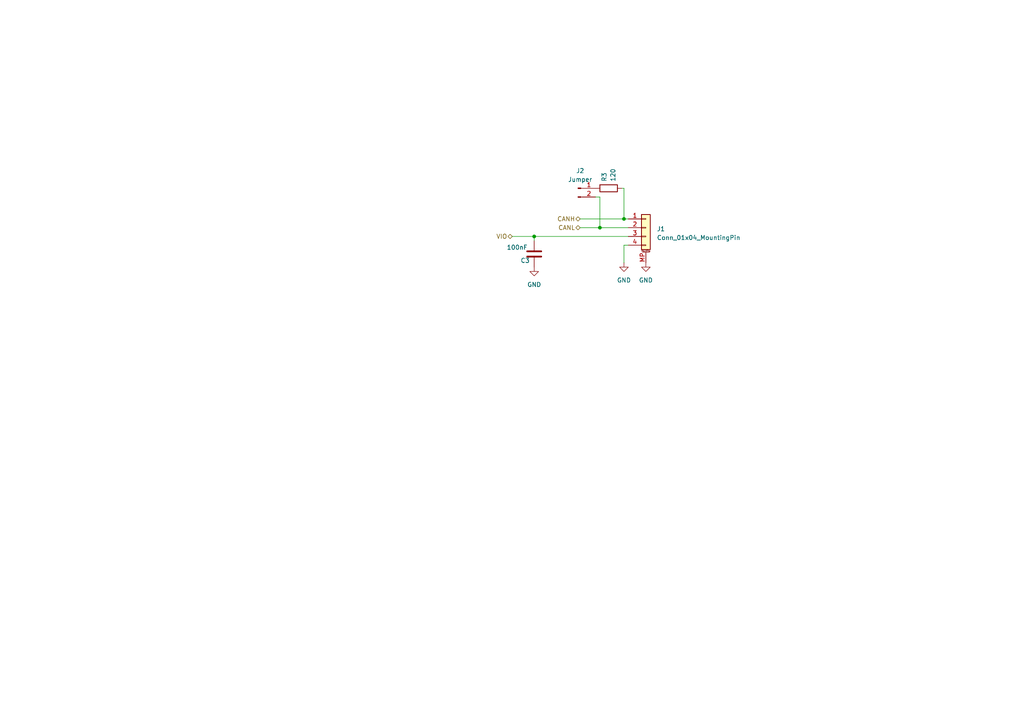
<source format=kicad_sch>
(kicad_sch (version 20230121) (generator eeschema)
  (paper "A4")
  (lib_symbols
    (symbol "Connector:Conn_01x02_Pin" (pin_names (offset 1.016) hide)
      (property "Reference" "J" (at 0 2.54 0))
      (property "Value" "Conn_01x02_Pin" (at 0 -5.08 0))
      (symbol "Conn_01x02_Pin_1_1"
        (polyline (pts (xy 1.27 -2.54) (xy 0.8636 -2.54)) (stroke (width 0.1524)))
        (polyline (pts (xy 1.27 0) (xy 0.8636 0)) (stroke (width 0.1524)))
        (rectangle (start 0.8636 -2.413) (end 0 -2.667) (stroke (width 0.1524)) (fill (type outline)))
        (rectangle (start 0.8636 0.127) (end 0 -0.127) (stroke (width 0.1524)) (fill (type outline)))
        (pin passive line (at 5.08 0 180) (length 3.81) (name "Pin_1") (number "1"))
        (pin passive line (at 5.08 -2.54 180) (length 3.81) (name "Pin_2") (number "2"))
      )
    )
    (symbol "Connector_Generic_MountingPin:Conn_01x04_MountingPin" (pin_names (offset 1.016) hide)
      (property "Reference" "J" (at 0 5.08 0))
      (property "Value" "Conn_01x04_MountingPin" (at 1.27 -7.62 0))
      (symbol "Conn_01x04_MountingPin_1_1"
        (rectangle (start -1.27 -4.953) (end 0 -5.207) (stroke (width 0.1524)))
        (rectangle (start -1.27 -2.413) (end 0 -2.667) (stroke (width 0.1524)))
        (rectangle (start -1.27 0.127) (end 0 -0.127) (stroke (width 0.1524)))
        (rectangle (start -1.27 2.667) (end 0 2.413) (stroke (width 0.1524)))
        (rectangle (start -1.27 3.81) (end 1.27 -6.35) (stroke (width 0.254)) (fill (type background)))
        (polyline (pts (xy -1.016 -7.112) (xy 1.016 -7.112)) (stroke (width 0.1524)))
        (text "Mounting" (at 0 -6.731 0) (effects (font (size 0.381 0.381))))
        (pin passive line (at -5.08 2.54 0) (length 3.81) (name "Pin_1") (number "1"))
        (pin passive line (at -5.08 0 0) (length 3.81) (name "Pin_2") (number "2"))
        (pin passive line (at -5.08 -2.54 0) (length 3.81) (name "Pin_3") (number "3"))
        (pin passive line (at -5.08 -5.08 0) (length 3.81) (name "Pin_4") (number "4"))
        (pin passive line (at 0 -10.16 90) (length 3.048) (name "MountPin") (number "MP"))
      )
    )
    (symbol "Device:C" (pin_numbers hide) (pin_names (offset 0.254))
      (property "Reference" "C" (at 0.635 2.54 0))
      (property "Value" "C" (at 0.635 -2.54 0))
      (symbol "C_0_1"
        (polyline (pts (xy -2.032 -0.762) (xy 2.032 -0.762)) (stroke (width 0.508)))
        (polyline (pts (xy -2.032 0.762) (xy 2.032 0.762)) (stroke (width 0.508)))
      )
      (symbol "C_1_1"
        (pin passive line (at 0 3.81 270) (length 2.794) (name "~") (number "1"))
        (pin passive line (at 0 -3.81 90) (length 2.794) (name "~") (number "2"))
      )
    )
    (symbol "Device:R" (pin_numbers hide) (pin_names (offset 0))
      (property "Reference" "R" (at 2.032 0 90))
      (property "Value" "R" (at 0 0 90))
      (symbol "R_0_1"
        (rectangle (start -1.016 -2.54) (end 1.016 2.54) (stroke (width 0.254)))
      )
      (symbol "R_1_1"
        (pin passive line (at 0 3.81 270) (length 1.27) (name "~") (number "1"))
        (pin passive line (at 0 -3.81 90) (length 1.27) (name "~") (number "2"))
      )
    )
    (symbol "power:GND" (power) (pin_names (offset 0))
      (property "Value" "GND" (at 0 -3.81 0))
      (symbol "GND_0_1"
        (polyline (pts (xy 0 0) (xy 0 -1.27) (xy 1.27 -1.27) (xy 0 -2.54) (xy -1.27 -1.27) (xy 0 -1.27)))
      )
      (symbol "GND_1_1"
        (pin power_in line (at 0 0 270) (length 0) hide (name "GND") (number "1"))
      )
    )
  )
  (junction (at 154.94 68.58))
  (junction (at 180.975 63.5))
  (junction (at 173.99 66.04))
  (wire (pts (xy 180.975 71.12) (xy 180.975 76.2)))
  (wire (pts (xy 180.34 54.61) (xy 180.975 54.61)))
  (wire (pts (xy 173.99 57.15) (xy 173.99 66.04)))
  (wire (pts (xy 154.94 68.58) (xy 182.245 68.58)))
  (wire (pts (xy 180.975 63.5) (xy 182.245 63.5)))
  (wire (pts (xy 148.59 68.58) (xy 154.94 68.58)))
  (wire (pts (xy 173.99 66.04) (xy 182.245 66.04)))
  (wire (pts (xy 154.94 68.58) (xy 154.94 69.85)))
  (wire (pts (xy 168.275 63.5) (xy 180.975 63.5)))
  (wire (pts (xy 182.245 71.12) (xy 180.975 71.12)))
  (wire (pts (xy 180.975 54.61) (xy 180.975 63.5)))
  (wire (pts (xy 168.275 66.04) (xy 173.99 66.04)))
  (wire (pts (xy 172.72 57.15) (xy 173.99 57.15)))
  (hierarchical_label "CANH" (shape bidirectional) (at 168.275 63.5 180))
  (hierarchical_label "CANL" (shape bidirectional) (at 168.275 66.04 180))
  (hierarchical_label "VIO" (shape bidirectional) (at 148.59 68.58 180))
  (symbol (lib_id "Connector_Generic_MountingPin:Conn_01x04_MountingPin") (at 187.325 66.04 0) (unit 1)
    (property "Reference" "J1" (at 190.5 66.3956 0) (effects (justify left)))
    (property "Value" "Conn_01x04_MountingPin" (at 190.5 68.9356 0) (effects (justify left)))
  )
  (symbol (lib_id "Device:C") (at 154.94 73.66 180) (unit 1)
    (property "Reference" "C3" (at 153.67 75.565 0) (effects (justify left)))
    (property "Value" "100nF" (at 153.035 71.755 0) (effects (justify left)))
    (property "Footprint" "Capacitor_SMD:C_0402_1005Metric" (effects hide))
  )
  (symbol (lib_id "power:GND") (at 187.325 76.2 0) (unit 1)
    (property "Reference" "#PWR02" (effects hide))
    (property "Value" "GND" (at 187.325 81.28 0))
  )
  (symbol (lib_id "power:GND") (at 154.94 77.47 0) (unit 1)
    (property "Reference" "#PWR09" (effects hide))
    (property "Value" "GND" (at 154.94 82.55 0))
  )
  (symbol (lib_id "Device:R") (at 176.53 54.61 90) (unit 1)
    (property "Reference" "R3" (at 175.26 52.705 0) (effects (justify left)))
    (property "Value" "120" (at 177.8 52.705 0) (effects (justify left)))
    (property "Footprint" "PCM_Resistor_SMD_AKL:R_0402_1005Metric" (effects hide))
  )
  (symbol (lib_id "Connector:Conn_01x02_Pin") (at 167.64 54.61 0) (unit 1)
    (property "Reference" "J2" (at 168.275 49.53 0))
    (property "Value" "Jumper" (at 168.275 52.07 0))
    (property "Footprint" "Connector_PinHeader_1.27mm:PinHeader_1x02_P1.27mm_Vertical" (effects hide))
  )
  (symbol (lib_id "power:GND") (at 180.975 76.2 0) (unit 1)
    (property "Reference" "#PWR01" (effects hide))
    (property "Value" "GND" (at 180.975 81.28 0))
  )
)
</source>
